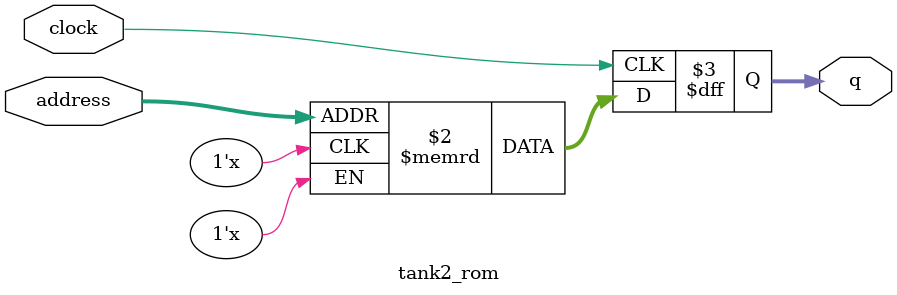
<source format=sv>
module tank2_rom (
	input logic clock,
	input logic [10:0] address,
	output logic [3:0] q
);

logic [3:0] memory [0:1295] /* synthesis ram_init_file = "./tank2/tank2.mif" */;

always_ff @ (posedge clock) begin
	q <= memory[address];
end

endmodule

</source>
